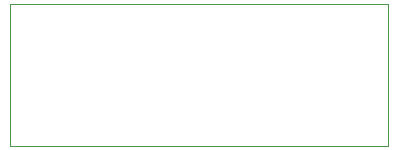
<source format=gm1>
G04 #@! TF.GenerationSoftware,KiCad,Pcbnew,(7.0.0)*
G04 #@! TF.CreationDate,2024-05-20T10:49:14+02:00*
G04 #@! TF.ProjectId,TTS,5454532e-6b69-4636-9164-5f7063625858,rev?*
G04 #@! TF.SameCoordinates,PX2255100PY2ebae40*
G04 #@! TF.FileFunction,Profile,NP*
%FSLAX46Y46*%
G04 Gerber Fmt 4.6, Leading zero omitted, Abs format (unit mm)*
G04 Created by KiCad (PCBNEW (7.0.0)) date 2024-05-20 10:49:14*
%MOMM*%
%LPD*%
G01*
G04 APERTURE LIST*
G04 #@! TA.AperFunction,Profile*
%ADD10C,0.100000*%
G04 #@! TD*
G04 APERTURE END LIST*
D10*
X0Y12000000D02*
X32000000Y12000000D01*
X32000000Y12000000D02*
X32000000Y0D01*
X32000000Y0D02*
X0Y0D01*
X0Y0D02*
X0Y12000000D01*
M02*

</source>
